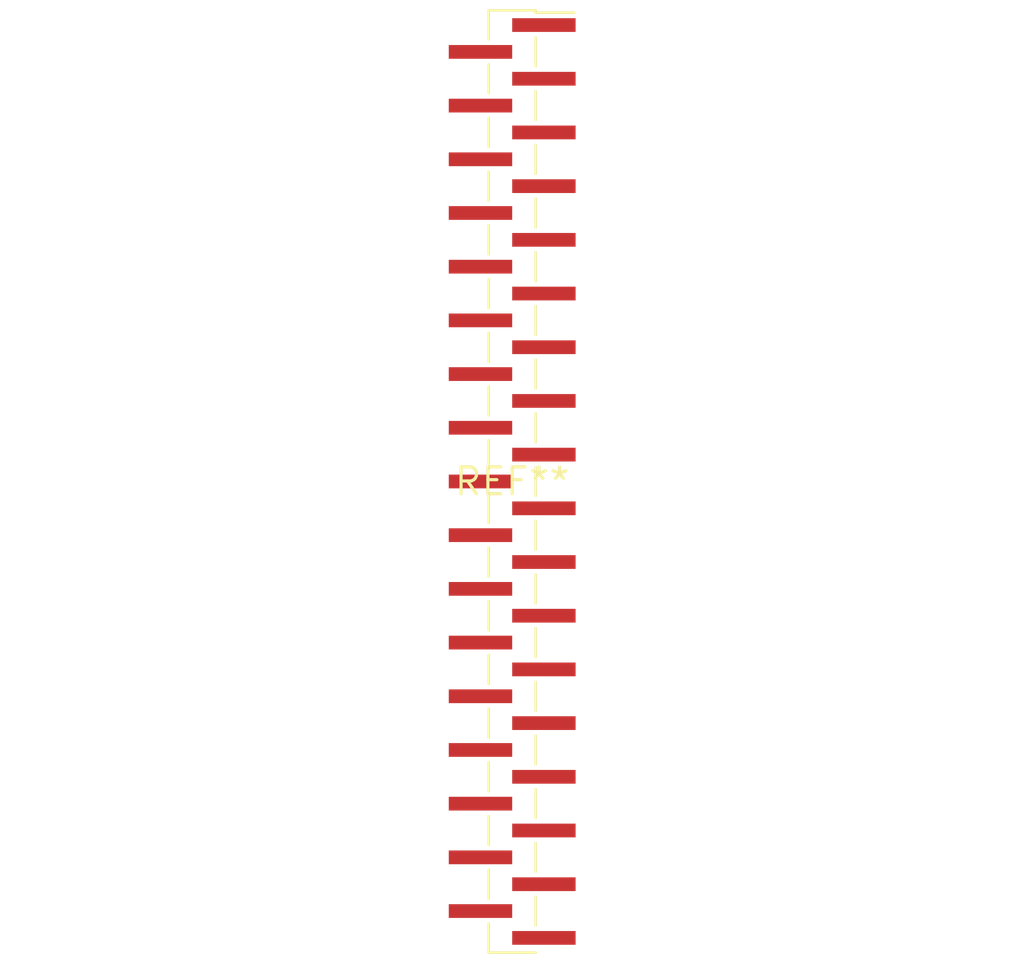
<source format=kicad_pcb>
(kicad_pcb (version 20240108) (generator pcbnew)
  (layers (0 "F.Cu" signal) (31 "B.Cu" signal) (34 "B.Paste" user) (35 "F.Paste" user) (36 "B.SilkS" user "B.Silkscreen") (37 "F.SilkS" user "F.Silkscreen") (38 "B.Mask" user) (39 "F.Mask" user) (44 "Edge.Cuts" user))
  (net 0 "")
  (footprint "PinHeader_1x35_P1.27mm_Vertical_SMD_Pin1Right" (layer "F.Cu") (at 0 0)
    (property "Reference" "REF**")
    (property "Value" "PinHeader_1x35_P1.27mm_Vertical_SMD_Pin1Right")
    (fp_line (start -1.11 -22.285) (end 1.11 -22.285) (layer "F.SilkS") (stroke (width 0.12)))
    (fp_line (start -1.11 -22.275) (end -1.11 -20.905) (layer "F.SilkS") (stroke (width 0.12)))
    (fp_line (start -1.11 -19.735) (end -1.11 -18.365) (layer "F.SilkS") (stroke (width 0.12)))
    (fp_line (start -1.11 -17.195) (end -1.11 -15.825) (layer "F.SilkS") (stroke (width 0.12)))
    (fp_line (start -1.11 -14.655) (end -1.11 -13.285) (layer "F.SilkS") (stroke (width 0.12)))
    (fp_line (start -1.11 -12.115) (end -1.11 -10.745) (layer "F.SilkS") (stroke (width 0.12)))
    (fp_line (start -1.11 -9.575) (end -1.11 -8.205) (layer "F.SilkS") (stroke (width 0.12)))
    (fp_line (start -1.11 -7.035) (end -1.11 -5.665) (layer "F.SilkS") (stroke (width 0.12)))
    (fp_line (start -1.11 -4.495) (end -1.11 -3.125) (layer "F.SilkS") (stroke (width 0.12)))
    (fp_line (start -1.11 -1.955) (end -1.11 -0.585) (layer "F.SilkS") (stroke (width 0.12)))
    (fp_line (start -1.11 0.585) (end -1.11 1.955) (layer "F.SilkS") (stroke (width 0.12)))
    (fp_line (start -1.11 3.125) (end -1.11 4.495) (layer "F.SilkS") (stroke (width 0.12)))
    (fp_line (start -1.11 5.665) (end -1.11 7.035) (layer "F.SilkS") (stroke (width 0.12)))
    (fp_line (start -1.11 8.205) (end -1.11 9.575) (layer "F.SilkS") (stroke (width 0.12)))
    (fp_line (start -1.11 10.745) (end -1.11 12.115) (layer "F.SilkS") (stroke (width 0.12)))
    (fp_line (start -1.11 13.285) (end -1.11 14.655) (layer "F.SilkS") (stroke (width 0.12)))
    (fp_line (start -1.11 15.825) (end -1.11 17.195) (layer "F.SilkS") (stroke (width 0.12)))
    (fp_line (start -1.11 18.365) (end -1.11 19.735) (layer "F.SilkS") (stroke (width 0.12)))
    (fp_line (start -1.11 20.905) (end -1.11 22.275) (layer "F.SilkS") (stroke (width 0.12)))
    (fp_line (start -1.11 22.175) (end -1.11 22.285) (layer "F.SilkS") (stroke (width 0.12)))
    (fp_line (start -1.11 22.285) (end 1.11 22.285) (layer "F.SilkS") (stroke (width 0.12)))
    (fp_line (start 1.11 -22.285) (end 1.11 -22.175) (layer "F.SilkS") (stroke (width 0.12)))
    (fp_line (start 1.11 -22.175) (end 2.94 -22.175) (layer "F.SilkS") (stroke (width 0.12)))
    (fp_line (start 1.11 -21.005) (end 1.11 -19.635) (layer "F.SilkS") (stroke (width 0.12)))
    (fp_line (start 1.11 -18.465) (end 1.11 -17.095) (layer "F.SilkS") (stroke (width 0.12)))
    (fp_line (start 1.11 -15.925) (end 1.11 -14.555) (layer "F.SilkS") (stroke (width 0.12)))
    (fp_line (start 1.11 -13.385) (end 1.11 -12.015) (layer "F.SilkS") (stroke (width 0.12)))
    (fp_line (start 1.11 -10.845) (end 1.11 -9.475) (layer "F.SilkS") (stroke (width 0.12)))
    (fp_line (start 1.11 -8.305) (end 1.11 -6.935) (layer "F.SilkS") (stroke (width 0.12)))
    (fp_line (start 1.11 -5.765) (end 1.11 -4.395) (layer "F.SilkS") (stroke (width 0.12)))
    (fp_line (start 1.11 -3.225) (end 1.11 -1.855) (layer "F.SilkS") (stroke (width 0.12)))
    (fp_line (start 1.11 -0.685) (end 1.11 0.685) (layer "F.SilkS") (stroke (width 0.12)))
    (fp_line (start 1.11 1.855) (end 1.11 3.225) (layer "F.SilkS") (stroke (width 0.12)))
    (fp_line (start 1.11 4.395) (end 1.11 5.765) (layer "F.SilkS") (stroke (width 0.12)))
    (fp_line (start 1.11 6.935) (end 1.11 8.305) (layer "F.SilkS") (stroke (width 0.12)))
    (fp_line (start 1.11 9.475) (end 1.11 10.845) (layer "F.SilkS") (stroke (width 0.12)))
    (fp_line (start 1.11 12.015) (end 1.11 13.385) (layer "F.SilkS") (stroke (width 0.12)))
    (fp_line (start 1.11 14.555) (end 1.11 15.925) (layer "F.SilkS") (stroke (width 0.12)))
    (fp_line (start 1.11 17.095) (end 1.11 18.465) (layer "F.SilkS") (stroke (width 0.12)))
    (fp_line (start 1.11 19.635) (end 1.11 21.005) (layer "F.SilkS") (stroke (width 0.12)))
    (pad "1" smd rect (at 1.5 -21.59) (size 3 0.65) (layers "F.Cu" "F.Paste" "F.Mask"))
    (pad "2" smd rect (at -1.5 -20.32) (size 3 0.65) (layers "F.Cu" "F.Paste" "F.Mask"))
    (pad "3" smd rect (at 1.5 -19.05) (size 3 0.65) (layers "F.Cu" "F.Paste" "F.Mask"))
    (pad "4" smd rect (at -1.5 -17.78) (size 3 0.65) (layers "F.Cu" "F.Paste" "F.Mask"))
    (pad "5" smd rect (at 1.5 -16.51) (size 3 0.65) (layers "F.Cu" "F.Paste" "F.Mask"))
    (pad "6" smd rect (at -1.5 -15.24) (size 3 0.65) (layers "F.Cu" "F.Paste" "F.Mask"))
    (pad "7" smd rect (at 1.5 -13.97) (size 3 0.65) (layers "F.Cu" "F.Paste" "F.Mask"))
    (pad "8" smd rect (at -1.5 -12.7) (size 3 0.65) (layers "F.Cu" "F.Paste" "F.Mask"))
    (pad "9" smd rect (at 1.5 -11.43) (size 3 0.65) (layers "F.Cu" "F.Paste" "F.Mask"))
    (pad "10" smd rect (at -1.5 -10.16) (size 3 0.65) (layers "F.Cu" "F.Paste" "F.Mask"))
    (pad "11" smd rect (at 1.5 -8.89) (size 3 0.65) (layers "F.Cu" "F.Paste" "F.Mask"))
    (pad "12" smd rect (at -1.5 -7.62) (size 3 0.65) (layers "F.Cu" "F.Paste" "F.Mask"))
    (pad "13" smd rect (at 1.5 -6.35) (size 3 0.65) (layers "F.Cu" "F.Paste" "F.Mask"))
    (pad "14" smd rect (at -1.5 -5.08) (size 3 0.65) (layers "F.Cu" "F.Paste" "F.Mask"))
    (pad "15" smd rect (at 1.5 -3.81) (size 3 0.65) (layers "F.Cu" "F.Paste" "F.Mask"))
    (pad "16" smd rect (at -1.5 -2.54) (size 3 0.65) (layers "F.Cu" "F.Paste" "F.Mask"))
    (pad "17" smd rect (at 1.5 -1.27) (size 3 0.65) (layers "F.Cu" "F.Paste" "F.Mask"))
    (pad "18" smd rect (at -1.5 0) (size 3 0.65) (layers "F.Cu" "F.Paste" "F.Mask"))
    (pad "19" smd rect (at 1.5 1.27) (size 3 0.65) (layers "F.Cu" "F.Paste" "F.Mask"))
    (pad "20" smd rect (at -1.5 2.54) (size 3 0.65) (layers "F.Cu" "F.Paste" "F.Mask"))
    (pad "21" smd rect (at 1.5 3.81) (size 3 0.65) (layers "F.Cu" "F.Paste" "F.Mask"))
    (pad "22" smd rect (at -1.5 5.08) (size 3 0.65) (layers "F.Cu" "F.Paste" "F.Mask"))
    (pad "23" smd rect (at 1.5 6.35) (size 3 0.65) (layers "F.Cu" "F.Paste" "F.Mask"))
    (pad "24" smd rect (at -1.5 7.62) (size 3 0.65) (layers "F.Cu" "F.Paste" "F.Mask"))
    (pad "25" smd rect (at 1.5 8.89) (size 3 0.65) (layers "F.Cu" "F.Paste" "F.Mask"))
    (pad "26" smd rect (at -1.5 10.16) (size 3 0.65) (layers "F.Cu" "F.Paste" "F.Mask"))
    (pad "27" smd rect (at 1.5 11.43) (size 3 0.65) (layers "F.Cu" "F.Paste" "F.Mask"))
    (pad "28" smd rect (at -1.5 12.7) (size 3 0.65) (layers "F.Cu" "F.Paste" "F.Mask"))
    (pad "29" smd rect (at 1.5 13.97) (size 3 0.65) (layers "F.Cu" "F.Paste" "F.Mask"))
    (pad "30" smd rect (at -1.5 15.24) (size 3 0.65) (layers "F.Cu" "F.Paste" "F.Mask"))
    (pad "31" smd rect (at 1.5 16.51) (size 3 0.65) (layers "F.Cu" "F.Paste" "F.Mask"))
    (pad "32" smd rect (at -1.5 17.78) (size 3 0.65) (layers "F.Cu" "F.Paste" "F.Mask"))
    (pad "33" smd rect (at 1.5 19.05) (size 3 0.65) (layers "F.Cu" "F.Paste" "F.Mask"))
    (pad "34" smd rect (at -1.5 20.32) (size 3 0.65) (layers "F.Cu" "F.Paste" "F.Mask"))
    (pad "35" smd rect (at 1.5 21.59) (size 3 0.65) (layers "F.Cu" "F.Paste" "F.Mask"))
  )
)
</source>
